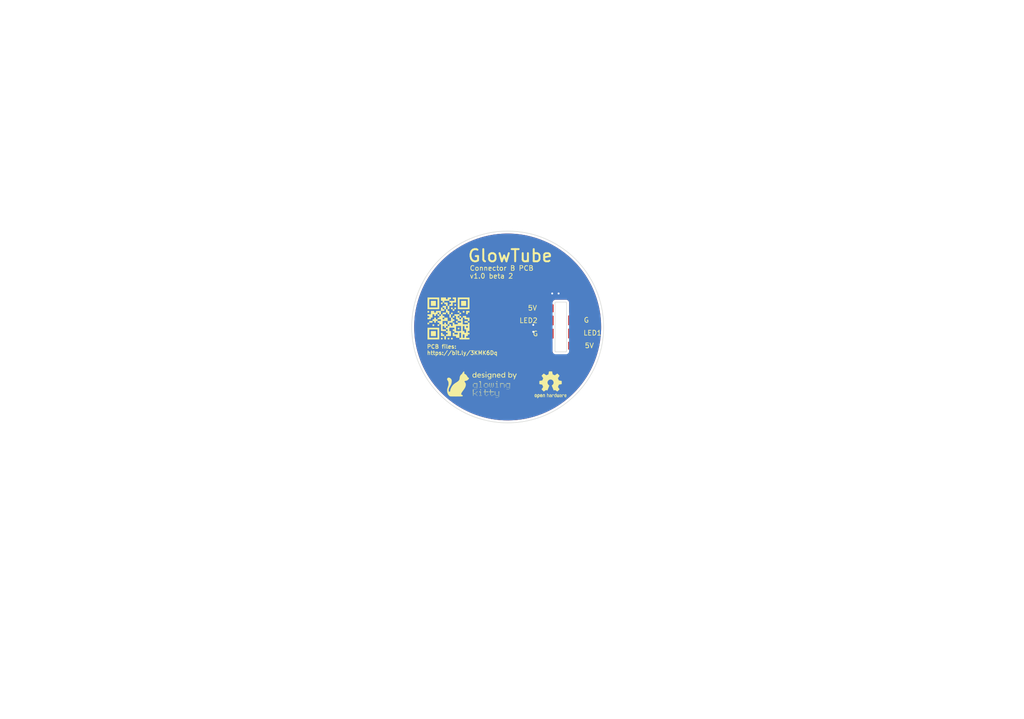
<source format=kicad_pcb>
(kicad_pcb (version 20211014) (generator pcbnew)
  (layers (0 "F.Cu" signal) (31 "B.Cu" signal) (34 "B.Paste" user) (35 "F.Paste" user) (36 "B.SilkS" user "B.Silkscreen") (37 "F.SilkS" user "F.Silkscreen") (38 "B.Mask" user) (39 "F.Mask" user) (44 "Edge.Cuts" user))
  (net 0 "")
  (net 1 "+5V")
  (net 3 "GND")
  (footprint "myparts:LED strip connector 4pad small" (layer "F.Cu") (at 117.9444 67.184534 90)
    (fp_text reference "U1" hide)
    (fp_text value "Contact pads")
    (pad "1" smd rect locked (at -3.8338 -0.0056 90) (size 1.6 2.8) (layers "F.Cu" "F.Mask") (net 1 "+5V"))
    (pad "2" smd rect locked (at -1.334534 -0.0056 90) (size 2 2.8) (layers "F.Cu" "F.Mask"))
    (pad "3" smd rect locked (at 1.364732 -0.0056 90) (size 2 2.8) (layers "F.Cu" "F.Mask") (net 3 "GND"))
  )
  (footprint "LOGO" (layer "F.Cu") (at 91.97 65.43)
    (fp_text reference "qrcode" hide)
    (fp_text value "LOGO" hide)
  )
  (footprint "myparts:LED strip connector 4pad small" (layer "F.Cu") (at 112.1444 67.184534 -90)
    (fp_text reference "U2" hide)
    (fp_text value "Contact pads")
    (pad "1" smd rect locked (at -3.8338 -0.0056 270) (size 1.6 2.8) (layers "F.Cu" "F.Mask") (net 1 "+5V"))
    (pad "2" smd rect locked (at -1.334534 -0.0056 270) (size 2 2.8) (layers "F.Cu" "F.Mask"))
    (pad "3" smd rect locked (at 1.364732 -0.0056 270) (size 2 2.8) (layers "F.Cu" "F.Mask") (net 3 "GND"))
  )
  (footprint "Symbol:OSHW-Logo2_7.3x6mm_SilkScreen" (layer "F.Cu") (at 112.92 79.06)
    (fp_text reference "OSHW logo" hide)
    (fp_text value "OSHW-Logo2_7.3x6mm_SilkScreen" hide)
  )
  (footprint "LOGO" (layer "F.Cu") (at 98.899663 78.933217)
    (fp_text reference "designedby" hide)
    (fp_text value "LOGO" hide)
  )
  (gr_arc (start 113.834214 62.23) (mid 113.878148 62.123934) (end 113.984214 62.08) (layer "Edge.Cuts") (width 0.1))
  (gr_arc (start 113.984214 72.28) (mid 113.878148 72.236066) (end 113.834214 72.13) (layer "Edge.Cuts") (width 0.1))
  (gr_line (start 116.064214 72.28) (end 113.984214 72.28) (layer "Edge.Cuts") (width 0.1))
  (gr_circle (center 104.114214 67.18) (end 123.814214 67.18) (layer "Edge.Cuts") (width 0.1) (fill none))
  (gr_line (start 116.214214 62.23) (end 116.214214 72.13) (layer "Edge.Cuts") (width 0.1))
  (gr_line (start 113.834214 72.13) (end 113.834214 62.23) (layer "Edge.Cuts") (width 0.1))
  (gr_arc (start 116.214214 72.13) (mid 116.17028 72.236066) (end 116.064214 72.28) (layer "Edge.Cuts") (width 0.1))
  (gr_arc (start 116.064214 62.08) (mid 116.17028 62.123934) (end 116.214214 62.23) (layer "Edge.Cuts") (width 0.1))
  (gr_line (start 113.984214 62.08) (end 116.064214 62.08) (layer "Edge.Cuts") (width 0.1))
  (gr_text "LED2" (at 108.39 65.85) (layer "F.SilkS") (effects (font (size 1 1))))
  (gr_text "LED1" (at 121.53 68.4) (layer "F.SilkS") (effects (font (size 1 1))))
  (gr_text "PCB files:\nhttps://bit.ly/3KMK6Dq" (at 87.48212 71.86) (layer "F.SilkS") (effects (font (size 0.8 0.8)) (justify left)))
  (gr_text "5V" (at 109.2 63.28) (layer "F.SilkS") (effects (font (size 1 1))))
  (gr_text "5V" (at 120.877143 71.01) (layer "F.SilkS") (effects (font (size 1 1))))
  (gr_text "G" (at 120.27 65.76) (layer "F.SilkS") (effects (font (size 1 1))))
  (gr_text "Connector B PCB \nv1.0 beta 2" (at 96.26 55.91) (layer "F.SilkS") (effects (font (size 1 1)) (justify left)))
  (gr_text "GlowTube" (at 95.75 52.55) (layer "F.SilkS") (effects (font (size 2.5 2.5) (thickness 0.4)) (justify left)))
  (gr_text "G" (at 109.807143 68.56) (layer "F.SilkS") (effects (font (size 1 1))))
  (segment (start 107.23 64.19) (end 107.23 71.69) (width 1.5) (layer "F.Cu") (net 1))
  (segment (start 109.5 73.96) (end 116.48 73.96) (width 1.5) (layer "F.Cu") (net 1))
  (segment (start 117.9388 72.5012) (end 117.9388 71.018334) (width 1.5) (layer "F.Cu") (net 1))
  (segment (start 116.48 73.96) (end 117.9388 72.5012) (width 1.5) (layer "F.Cu") (net 1))
  (segment (start 108.069266 63.350734) (end 107.23 64.19) (width 1.5) (layer "F.Cu") (net 1))
  (segment (start 107.23 71.69) (end 109.5 73.96) (width 1.5) (layer "F.Cu") (net 1))
  (segment (start 112.15 63.350734) (end 108.069266 63.350734) (width 1.5) (layer "F.Cu") (net 1))
  (segment (start 109.84 68.64) (end 112.059266 68.64) (width 1.5) (layer "F.Cu") (net 3))
  (segment (start 116.84 60.23) (end 114.64 60.23) (width 1.5) (layer "F.Cu") (net 3))
  (segment (start 113.26 60.3) (end 112.9 60.3) (width 1.5) (layer "F.Cu") (net 3))
  (segment (start 114.64 60.23) (end 114.57 60.3) (width 1.5) (layer "F.Cu") (net 3))
  (segment (start 109.37 66.75) (end 109.37 66.5) (width 1.5) (layer "F.Cu") (net 3))
  (segment (start 117.9388 61.3288) (end 116.84 60.23) (width 1.5) (layer "F.Cu") (net 3))
  (segment (start 109.37 68.17) (end 109.84 68.64) (width 1.5) (layer "F.Cu") (net 3))
  (segment (start 109.37 68.17) (end 109.37 66.75) (width 1.5) (layer "F.Cu") (net 3))
  (segment (start 114.57 60.3) (end 113.26 60.3) (width 1.5) (layer "F.Cu") (net 3))
  (segment (start 112.059266 68.64) (end 112.15 68.549266) (width 1.5) (layer "F.Cu") (net 3))
  (segment (start 117.9388 65.819802) (end 117.9388 61.3288) (width 1.5) (layer "F.Cu") (net 3))
  (via (at 113.26 60.3) (size 0.8) (drill 0.4) (layers "F.Cu" "B.Cu") (net 3))
  (via (at 114.57 60.3) (size 0.8) (drill 0.4) (layers "F.Cu" "B.Cu") (net 3))
  (via (at 109.37 66.75) (size 0.8) (drill 0.4) (layers "F.Cu" "B.Cu") (net 3))
  (via (at 109.37 68.17) (size 0.8) (drill 0.4) (layers "F.Cu" "B.Cu") (net 3))
  (segment (start 109.37 63.32) (end 109.37 68.17) (width 1.5) (layer "B.Cu") (net 3))
  (segment (start 112.39 60.3) (end 111.57 61.12) (width 1.5) (layer "B.Cu") (net 3))
  (segment (start 114.57 60.3) (end 112.39 60.3) (width 1.5) (layer "B.Cu") (net 3))
  (segment (start 111.57 61.12) (end 109.37 63.32) (width 1.5) (layer "B.Cu") (net 3))
  (zone (net 3) (net_name "GND") (layers F&B.Cu) (connect_pads (clearance 0.508)) (min_thickness 0.254) (fill yes (thermal_gap 0.508) (thermal_bridge_width 0.508))
    (polygon (pts (xy 210.12 147.73) (xy -0.1 147.73) (xy -0.1 0.01) (xy 210.12 0.01)))
  )
)
</source>
